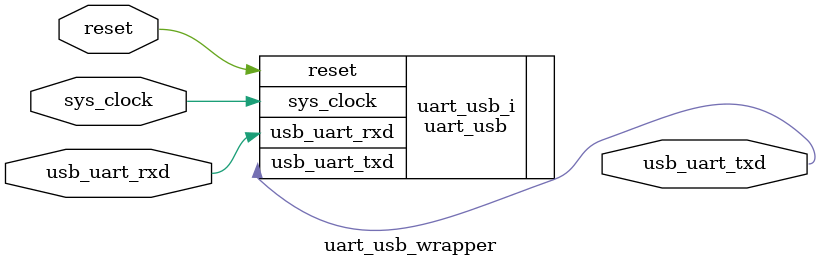
<source format=v>
`timescale 1 ps / 1 ps

module uart_usb_wrapper
   (reset,
    sys_clock,
    usb_uart_rxd,
    usb_uart_txd);
  input reset;
  input sys_clock;
  input usb_uart_rxd;
  output usb_uart_txd;

  wire reset;
  wire sys_clock;
  wire usb_uart_rxd;
  wire usb_uart_txd;

  uart_usb uart_usb_i
       (.reset(reset),
        .sys_clock(sys_clock),
        .usb_uart_rxd(usb_uart_rxd),
        .usb_uart_txd(usb_uart_txd));
endmodule

</source>
